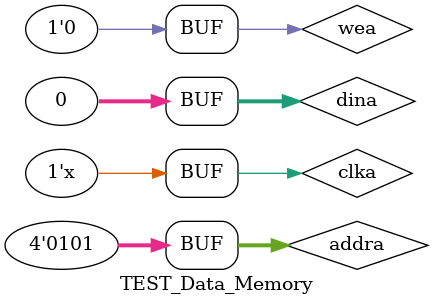
<source format=v>
`timescale 1ns / 1ps


module TEST_Data_Memory;

	// Inputs
	reg clka;
	reg [0:0] wea;
	reg [3:0] addra;
	reg [31:0] dina;

	// Outputs
	wire [31:0] douta;

	// Instantiate the Unit Under Test (UUT)
	Data_Memory uut (
		.clka(clka), 
		.wea(wea), 
		.addra(addra), 
		.dina(dina), 
		.douta(douta)
	);

	initial begin
		// Initialize Inputs
		clka = 0;
		wea = 0;
		addra = 0;
		dina = 0;

		// Wait 100 ns for global reset to finish
		#100;
      addra = 1; 
		#100;
      addra = 2;
		#100;
      addra = 3;
		#100;
      addra = 4;
		#100;
      addra = 5; 
		// Add stimulus here

	end
   always begin
		clka = ~clka;
		#50;
	end
endmodule


</source>
